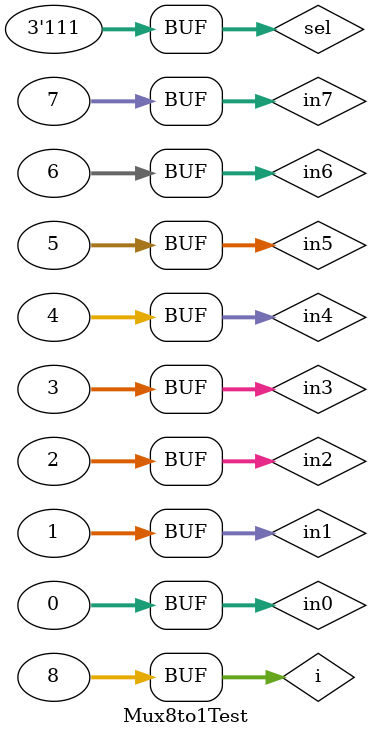
<source format=v>
`timescale 1ns / 1ps


module Mux8to1Test;

	// Inputs
	reg [31:0] in0;
	reg [31:0] in1;
	reg [31:0] in2;
	reg [31:0] in3;
	reg [31:0] in4;
	reg [31:0] in5;
	reg [31:0] in6;
	reg [31:0] in7;
	reg [2:0] sel;

	// Outputs
	wire [31:0] out;

	// Instantiate the Unit Under Test (UUT)
	Mux8to1 uut (
		.in0(in0), 
		.in1(in1), 
		.in2(in2), 
		.in3(in3), 
		.in4(in4), 
		.in5(in5), 
		.in6(in6), 
		.in7(in7), 
		.sel(sel), 
		.out(out)
	);

	integer i;

	initial begin
		// Initialize Inputs
		in0 = 0;
		in1 = 1;
		in2 = 2;
		in3 = 3;
		in4 = 4;
		in5 = 5;
		in6 = 6;
		in7 = 7;
		
		sel = 0;

		// Wait 100 ns for global reset to finish
		#100;
        
		// Add stimulus here
		for(i=0; i<8; i=i+1) begin
			#10;
			sel = i;
			#10;
		end

	end
	
	initial begin
		$monitor("sel:%d, out:%d", sel, out);
	end
      
endmodule


</source>
